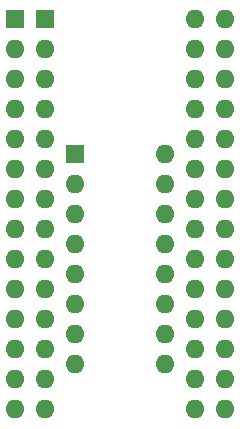
<source format=gbs>
%TF.GenerationSoftware,KiCad,Pcbnew,(5.1.9)-1*%
%TF.CreationDate,2021-05-18T21:14:01+08:00*%
%TF.ProjectId,SmartWatchRedux-E-SMT,536d6172-7457-4617-9463-685265647578,rev?*%
%TF.SameCoordinates,Original*%
%TF.FileFunction,Soldermask,Bot*%
%TF.FilePolarity,Negative*%
%FSLAX46Y46*%
G04 Gerber Fmt 4.6, Leading zero omitted, Abs format (unit mm)*
G04 Created by KiCad (PCBNEW (5.1.9)-1) date 2021-05-18 21:14:01*
%MOMM*%
%LPD*%
G01*
G04 APERTURE LIST*
%ADD10O,1.600000X1.600000*%
%ADD11R,1.600000X1.600000*%
G04 APERTURE END LIST*
D10*
%TO.C,CN1*%
X123190000Y-63500000D03*
X107950000Y-96520000D03*
X123190000Y-66040000D03*
X107950000Y-93980000D03*
X123190000Y-68580000D03*
X107950000Y-91440000D03*
X123190000Y-71120000D03*
X107950000Y-88900000D03*
X123190000Y-73660000D03*
X107950000Y-86360000D03*
X123190000Y-76200000D03*
X107950000Y-83820000D03*
X123190000Y-78740000D03*
X107950000Y-81280000D03*
X123190000Y-81280000D03*
X107950000Y-78740000D03*
X123190000Y-83820000D03*
X107950000Y-76200000D03*
X123190000Y-86360000D03*
X107950000Y-73660000D03*
X123190000Y-88900000D03*
X107950000Y-71120000D03*
X123190000Y-91440000D03*
X107950000Y-68580000D03*
X123190000Y-93980000D03*
X107950000Y-66040000D03*
X123190000Y-96520000D03*
D11*
X107950000Y-63500000D03*
%TD*%
D10*
%TO.C,U1*%
X125730000Y-63500000D03*
X110490000Y-96520000D03*
X125730000Y-66040000D03*
X110490000Y-93980000D03*
X125730000Y-68580000D03*
X110490000Y-91440000D03*
X125730000Y-71120000D03*
X110490000Y-88900000D03*
X125730000Y-73660000D03*
X110490000Y-86360000D03*
X125730000Y-76200000D03*
X110490000Y-83820000D03*
X125730000Y-78740000D03*
X110490000Y-81280000D03*
X125730000Y-81280000D03*
X110490000Y-78740000D03*
X125730000Y-83820000D03*
X110490000Y-76200000D03*
X125730000Y-86360000D03*
X110490000Y-73660000D03*
X125730000Y-88900000D03*
X110490000Y-71120000D03*
X125730000Y-91440000D03*
X110490000Y-68580000D03*
X125730000Y-93980000D03*
X110490000Y-66040000D03*
X125730000Y-96520000D03*
D11*
X110490000Y-63500000D03*
%TD*%
D10*
%TO.C,U2*%
X120650000Y-74930000D03*
X113030000Y-92710000D03*
X120650000Y-77470000D03*
X113030000Y-90170000D03*
X120650000Y-80010000D03*
X113030000Y-87630000D03*
X120650000Y-82550000D03*
X113030000Y-85090000D03*
X120650000Y-85090000D03*
X113030000Y-82550000D03*
X120650000Y-87630000D03*
X113030000Y-80010000D03*
X120650000Y-90170000D03*
X113030000Y-77470000D03*
X120650000Y-92710000D03*
D11*
X113030000Y-74930000D03*
%TD*%
M02*

</source>
